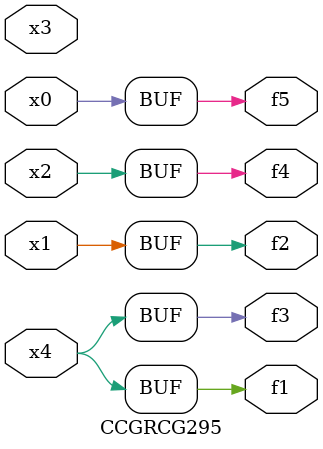
<source format=v>
module CCGRCG295(
	input x0, x1, x2, x3, x4,
	output f1, f2, f3, f4, f5
);
	assign f1 = x4;
	assign f2 = x1;
	assign f3 = x4;
	assign f4 = x2;
	assign f5 = x0;
endmodule

</source>
